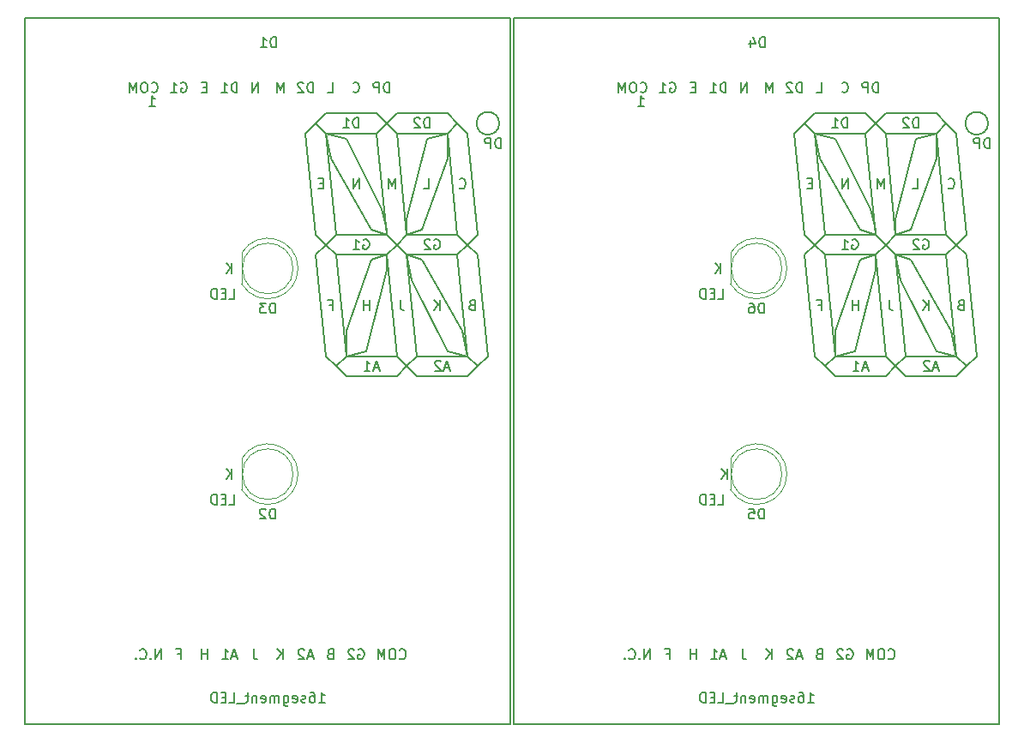
<source format=gbo>
G04 #@! TF.GenerationSoftware,KiCad,Pcbnew,(5.1.5)-3*
G04 #@! TF.CreationDate,2020-05-04T16:27:50+09:00*
G04 #@! TF.ProjectId,bf-005,62662d30-3035-42e6-9b69-6361645f7063,V02L04*
G04 #@! TF.SameCoordinates,Original*
G04 #@! TF.FileFunction,Legend,Bot*
G04 #@! TF.FilePolarity,Positive*
%FSLAX46Y46*%
G04 Gerber Fmt 4.6, Leading zero omitted, Abs format (unit mm)*
G04 Created by KiCad (PCBNEW (5.1.5)-3) date 2020-05-04 16:27:50*
%MOMM*%
%LPD*%
G04 APERTURE LIST*
%ADD10C,0.200000*%
%ADD11C,0.150000*%
%ADD12C,0.120000*%
G04 APERTURE END LIST*
D10*
X109481904Y-107132380D02*
X109481904Y-106132380D01*
X108910476Y-107132380D02*
X109339047Y-106560952D01*
X108910476Y-106132380D02*
X109481904Y-106703809D01*
X157741904Y-86812380D02*
X157741904Y-85812380D01*
X157170476Y-86812380D02*
X157599047Y-86240952D01*
X157170476Y-85812380D02*
X157741904Y-86383809D01*
X158376904Y-107132380D02*
X158376904Y-106132380D01*
X157805476Y-107132380D02*
X158234047Y-106560952D01*
X157805476Y-106132380D02*
X158376904Y-106703809D01*
X149574285Y-70302380D02*
X150145714Y-70302380D01*
X149860000Y-70302380D02*
X149860000Y-69302380D01*
X149955238Y-69445238D01*
X150050476Y-69540476D01*
X150145714Y-69588095D01*
X109481904Y-86812380D02*
X109481904Y-85812380D01*
X108910476Y-86812380D02*
X109339047Y-86240952D01*
X108910476Y-85812380D02*
X109481904Y-86383809D01*
X101314285Y-70302380D02*
X101885714Y-70302380D01*
X101600000Y-70302380D02*
X101600000Y-69302380D01*
X101695238Y-69445238D01*
X101790476Y-69540476D01*
X101885714Y-69588095D01*
D11*
X89080000Y-131420000D02*
X89080000Y-61620000D01*
X136980000Y-131420000D02*
X89080000Y-131420000D01*
X136980000Y-61620000D02*
X136980000Y-131420000D01*
X89080000Y-61620000D02*
X136980000Y-61620000D01*
X125760000Y-97020000D02*
X120760000Y-97020000D01*
X126760000Y-96020000D02*
X125760000Y-97020000D01*
X125760000Y-95020000D02*
X126760000Y-96020000D01*
X120760000Y-95020000D02*
X125760000Y-95020000D01*
X119760000Y-96020000D02*
X120760000Y-95020000D01*
X120760000Y-97020000D02*
X119760000Y-96020000D01*
X127760000Y-97020000D02*
X126760000Y-96020000D01*
X126760000Y-96020000D02*
X127760000Y-95020000D01*
X127760000Y-95020000D02*
X132760000Y-95020000D01*
X132760000Y-95020000D02*
X133760000Y-96020000D01*
X133760000Y-96020000D02*
X132760000Y-97020000D01*
X132760000Y-97020000D02*
X127760000Y-97020000D01*
X131760000Y-85020000D02*
X126760000Y-85020000D01*
X132760000Y-84020000D02*
X131760000Y-85020000D01*
X131760000Y-83020000D02*
X132760000Y-84020000D01*
X126760000Y-83020000D02*
X131760000Y-83020000D01*
X125760000Y-84020000D02*
X126760000Y-83020000D01*
X126760000Y-85020000D02*
X125760000Y-84020000D01*
X119760000Y-85020000D02*
X118760000Y-84020000D01*
X118760000Y-84020000D02*
X119760000Y-83020000D01*
X119760000Y-83020000D02*
X124760000Y-83020000D01*
X124760000Y-83020000D02*
X125760000Y-84020000D01*
X125760000Y-84020000D02*
X124760000Y-85020000D01*
X124760000Y-85020000D02*
X119760000Y-85020000D01*
X123760000Y-73020000D02*
X118760000Y-73020000D01*
X124760000Y-72020000D02*
X123760000Y-73020000D01*
X123760000Y-71020000D02*
X124760000Y-72020000D01*
X118760000Y-71020000D02*
X123760000Y-71020000D01*
X117760000Y-72020000D02*
X118760000Y-71020000D01*
X118760000Y-73020000D02*
X117760000Y-72020000D01*
X125760000Y-73020000D02*
X124760000Y-72020000D01*
X124760000Y-72020000D02*
X125760000Y-71020000D01*
X125760000Y-71020000D02*
X130760000Y-71020000D01*
X130760000Y-71020000D02*
X131760000Y-72020000D01*
X131760000Y-72020000D02*
X130760000Y-73020000D01*
X130760000Y-73020000D02*
X125760000Y-73020000D01*
X119760000Y-85020000D02*
X120760000Y-95020000D01*
X118760000Y-84020000D02*
X119760000Y-85020000D01*
X117760000Y-85020000D02*
X118760000Y-84020000D01*
X118760000Y-95020000D02*
X117760000Y-85020000D01*
X119760000Y-96020000D02*
X118760000Y-95020000D01*
X124760000Y-85020000D02*
X125760000Y-84020000D01*
X125760000Y-95020000D02*
X124760000Y-85020000D01*
X126760000Y-85020000D02*
X127760000Y-95020000D01*
X132760000Y-95020000D02*
X131760000Y-85020000D01*
X133760000Y-85020000D02*
X132760000Y-84020000D01*
X134760000Y-95020000D02*
X133760000Y-85020000D01*
X133760000Y-96020000D02*
X134760000Y-95020000D01*
X118760000Y-73020000D02*
X119760000Y-83020000D01*
X117760000Y-72020000D02*
X118760000Y-73020000D01*
X116760000Y-73020000D02*
X117760000Y-72020000D01*
X117760000Y-83020000D02*
X116760000Y-73020000D01*
X118760000Y-84020000D02*
X117760000Y-83020000D01*
X124760000Y-83020000D02*
X123760000Y-73020000D01*
X125760000Y-73020000D02*
X126760000Y-83020000D01*
X131760000Y-83020000D02*
X130760000Y-73020000D01*
X133760000Y-83020000D02*
X132760000Y-84020000D01*
X132760000Y-73020000D02*
X133760000Y-83020000D01*
X131760000Y-72020000D02*
X132760000Y-73020000D01*
X132760000Y-95020000D02*
X132260000Y-92520000D01*
X132760000Y-95020000D02*
X130760000Y-94520000D01*
X120760000Y-95020000D02*
X122760000Y-94520000D01*
X120760000Y-92520000D02*
X120760000Y-95020000D01*
X123260000Y-85520000D02*
X120760000Y-92520000D01*
X124760000Y-85020000D02*
X123260000Y-85520000D01*
X130760000Y-75520000D02*
X130760000Y-73020000D01*
X128260000Y-82520000D02*
X130760000Y-75520000D01*
X126760000Y-83020000D02*
X128260000Y-82520000D01*
X126760000Y-81520000D02*
X126760000Y-83020000D01*
X128760000Y-73520000D02*
X126760000Y-81520000D01*
X130760000Y-73020000D02*
X128760000Y-73520000D01*
X119260000Y-75520000D02*
X118760000Y-73020000D01*
X123260000Y-82520000D02*
X119260000Y-75520000D01*
X124760000Y-83020000D02*
X123260000Y-82520000D01*
X118760000Y-73020000D02*
X120760000Y-73520000D01*
X124760000Y-86520000D02*
X124760000Y-85020000D01*
X122760000Y-94520000D02*
X124760000Y-86520000D01*
X128260000Y-85520000D02*
X132260000Y-92520000D01*
X126760000Y-85020000D02*
X128260000Y-85520000D01*
X127260000Y-87520000D02*
X130760000Y-94520000D01*
X126760000Y-85020000D02*
X127260000Y-87520000D01*
X124260000Y-80520000D02*
X120760000Y-73520000D01*
X124760000Y-82520000D02*
X124260000Y-80520000D01*
X135878034Y-72020000D02*
G75*
G03X135878034Y-72020000I-1118034J0D01*
G01*
X137340000Y-131420000D02*
X137340000Y-61620000D01*
X185240000Y-131420000D02*
X137340000Y-131420000D01*
X185240000Y-61620000D02*
X185240000Y-131420000D01*
X137340000Y-61620000D02*
X185240000Y-61620000D01*
X174020000Y-97020000D02*
X169020000Y-97020000D01*
X175020000Y-96020000D02*
X174020000Y-97020000D01*
X174020000Y-95020000D02*
X175020000Y-96020000D01*
X169020000Y-95020000D02*
X174020000Y-95020000D01*
X168020000Y-96020000D02*
X169020000Y-95020000D01*
X169020000Y-97020000D02*
X168020000Y-96020000D01*
X176020000Y-97020000D02*
X175020000Y-96020000D01*
X175020000Y-96020000D02*
X176020000Y-95020000D01*
X176020000Y-95020000D02*
X181020000Y-95020000D01*
X181020000Y-95020000D02*
X182020000Y-96020000D01*
X182020000Y-96020000D02*
X181020000Y-97020000D01*
X181020000Y-97020000D02*
X176020000Y-97020000D01*
X180020000Y-85020000D02*
X175020000Y-85020000D01*
X181020000Y-84020000D02*
X180020000Y-85020000D01*
X180020000Y-83020000D02*
X181020000Y-84020000D01*
X175020000Y-83020000D02*
X180020000Y-83020000D01*
X174020000Y-84020000D02*
X175020000Y-83020000D01*
X175020000Y-85020000D02*
X174020000Y-84020000D01*
X168020000Y-85020000D02*
X167020000Y-84020000D01*
X167020000Y-84020000D02*
X168020000Y-83020000D01*
X168020000Y-83020000D02*
X173020000Y-83020000D01*
X173020000Y-83020000D02*
X174020000Y-84020000D01*
X174020000Y-84020000D02*
X173020000Y-85020000D01*
X173020000Y-85020000D02*
X168020000Y-85020000D01*
X172020000Y-73020000D02*
X167020000Y-73020000D01*
X173020000Y-72020000D02*
X172020000Y-73020000D01*
X172020000Y-71020000D02*
X173020000Y-72020000D01*
X167020000Y-71020000D02*
X172020000Y-71020000D01*
X166020000Y-72020000D02*
X167020000Y-71020000D01*
X167020000Y-73020000D02*
X166020000Y-72020000D01*
X174020000Y-73020000D02*
X173020000Y-72020000D01*
X173020000Y-72020000D02*
X174020000Y-71020000D01*
X174020000Y-71020000D02*
X179020000Y-71020000D01*
X179020000Y-71020000D02*
X180020000Y-72020000D01*
X180020000Y-72020000D02*
X179020000Y-73020000D01*
X179020000Y-73020000D02*
X174020000Y-73020000D01*
X168020000Y-85020000D02*
X169020000Y-95020000D01*
X167020000Y-84020000D02*
X168020000Y-85020000D01*
X166020000Y-85020000D02*
X167020000Y-84020000D01*
X167020000Y-95020000D02*
X166020000Y-85020000D01*
X168020000Y-96020000D02*
X167020000Y-95020000D01*
X173020000Y-85020000D02*
X174020000Y-84020000D01*
X174020000Y-95020000D02*
X173020000Y-85020000D01*
X175020000Y-85020000D02*
X176020000Y-95020000D01*
X181020000Y-95020000D02*
X180020000Y-85020000D01*
X182020000Y-85020000D02*
X181020000Y-84020000D01*
X183020000Y-95020000D02*
X182020000Y-85020000D01*
X182020000Y-96020000D02*
X183020000Y-95020000D01*
X167020000Y-73020000D02*
X168020000Y-83020000D01*
X166020000Y-72020000D02*
X167020000Y-73020000D01*
X165020000Y-73020000D02*
X166020000Y-72020000D01*
X166020000Y-83020000D02*
X165020000Y-73020000D01*
X167020000Y-84020000D02*
X166020000Y-83020000D01*
X173020000Y-83020000D02*
X172020000Y-73020000D01*
X174020000Y-73020000D02*
X175020000Y-83020000D01*
X180020000Y-83020000D02*
X179020000Y-73020000D01*
X182020000Y-83020000D02*
X181020000Y-84020000D01*
X181020000Y-73020000D02*
X182020000Y-83020000D01*
X180020000Y-72020000D02*
X181020000Y-73020000D01*
X181020000Y-95020000D02*
X180520000Y-92520000D01*
X181020000Y-95020000D02*
X179020000Y-94520000D01*
X169020000Y-95020000D02*
X171020000Y-94520000D01*
X169020000Y-92520000D02*
X169020000Y-95020000D01*
X171520000Y-85520000D02*
X169020000Y-92520000D01*
X173020000Y-85020000D02*
X171520000Y-85520000D01*
X179020000Y-75520000D02*
X179020000Y-73020000D01*
X176520000Y-82520000D02*
X179020000Y-75520000D01*
X175020000Y-83020000D02*
X176520000Y-82520000D01*
X175020000Y-81520000D02*
X175020000Y-83020000D01*
X177020000Y-73520000D02*
X175020000Y-81520000D01*
X179020000Y-73020000D02*
X177020000Y-73520000D01*
X167520000Y-75520000D02*
X167020000Y-73020000D01*
X171520000Y-82520000D02*
X167520000Y-75520000D01*
X173020000Y-83020000D02*
X171520000Y-82520000D01*
X167020000Y-73020000D02*
X169020000Y-73520000D01*
X173020000Y-86520000D02*
X173020000Y-85020000D01*
X171020000Y-94520000D02*
X173020000Y-86520000D01*
X176520000Y-85520000D02*
X180520000Y-92520000D01*
X175020000Y-85020000D02*
X176520000Y-85520000D01*
X175520000Y-87520000D02*
X179020000Y-94520000D01*
X175020000Y-85020000D02*
X175520000Y-87520000D01*
X172520000Y-80520000D02*
X169020000Y-73520000D01*
X173020000Y-82520000D02*
X172520000Y-80520000D01*
X184138034Y-72020000D02*
G75*
G03X184138034Y-72020000I-1118034J0D01*
G01*
D12*
X110470000Y-108225000D02*
X110470000Y-105135000D01*
X115530000Y-106680000D02*
G75*
G03X115530000Y-106680000I-2500000J0D01*
G01*
X116020000Y-106680462D02*
G75*
G03X110470000Y-105135170I-2990000J462D01*
G01*
X116020000Y-106679538D02*
G75*
G02X110470000Y-108224830I-2990000J-462D01*
G01*
X116020000Y-86359538D02*
G75*
G02X110470000Y-87904830I-2990000J-462D01*
G01*
X116020000Y-86360462D02*
G75*
G03X110470000Y-84815170I-2990000J462D01*
G01*
X115530000Y-86360000D02*
G75*
G03X115530000Y-86360000I-2500000J0D01*
G01*
X110470000Y-87905000D02*
X110470000Y-84815000D01*
X158730000Y-108225000D02*
X158730000Y-105135000D01*
X163790000Y-106680000D02*
G75*
G03X163790000Y-106680000I-2500000J0D01*
G01*
X164280000Y-106680462D02*
G75*
G03X158730000Y-105135170I-2990000J462D01*
G01*
X164280000Y-106679538D02*
G75*
G02X158730000Y-108224830I-2990000J-462D01*
G01*
X164280000Y-86359538D02*
G75*
G02X158730000Y-87904830I-2990000J-462D01*
G01*
X164280000Y-86360462D02*
G75*
G03X158730000Y-84815170I-2990000J462D01*
G01*
X163790000Y-86360000D02*
G75*
G03X163790000Y-86360000I-2500000J0D01*
G01*
X158730000Y-87905000D02*
X158730000Y-84815000D01*
D11*
X113848095Y-64512380D02*
X113848095Y-63512380D01*
X113610000Y-63512380D01*
X113467142Y-63560000D01*
X113371904Y-63655238D01*
X113324285Y-63750476D01*
X113276666Y-63940952D01*
X113276666Y-64083809D01*
X113324285Y-64274285D01*
X113371904Y-64369523D01*
X113467142Y-64464761D01*
X113610000Y-64512380D01*
X113848095Y-64512380D01*
X112324285Y-64512380D02*
X112895714Y-64512380D01*
X112610000Y-64512380D02*
X112610000Y-63512380D01*
X112705238Y-63655238D01*
X112800476Y-63750476D01*
X112895714Y-63798095D01*
X118077619Y-129242380D02*
X118649047Y-129242380D01*
X118363333Y-129242380D02*
X118363333Y-128242380D01*
X118458571Y-128385238D01*
X118553809Y-128480476D01*
X118649047Y-128528095D01*
X117220476Y-128242380D02*
X117410952Y-128242380D01*
X117506190Y-128290000D01*
X117553809Y-128337619D01*
X117649047Y-128480476D01*
X117696666Y-128670952D01*
X117696666Y-129051904D01*
X117649047Y-129147142D01*
X117601428Y-129194761D01*
X117506190Y-129242380D01*
X117315714Y-129242380D01*
X117220476Y-129194761D01*
X117172857Y-129147142D01*
X117125238Y-129051904D01*
X117125238Y-128813809D01*
X117172857Y-128718571D01*
X117220476Y-128670952D01*
X117315714Y-128623333D01*
X117506190Y-128623333D01*
X117601428Y-128670952D01*
X117649047Y-128718571D01*
X117696666Y-128813809D01*
X116744285Y-129194761D02*
X116649047Y-129242380D01*
X116458571Y-129242380D01*
X116363333Y-129194761D01*
X116315714Y-129099523D01*
X116315714Y-129051904D01*
X116363333Y-128956666D01*
X116458571Y-128909047D01*
X116601428Y-128909047D01*
X116696666Y-128861428D01*
X116744285Y-128766190D01*
X116744285Y-128718571D01*
X116696666Y-128623333D01*
X116601428Y-128575714D01*
X116458571Y-128575714D01*
X116363333Y-128623333D01*
X115506190Y-129194761D02*
X115601428Y-129242380D01*
X115791904Y-129242380D01*
X115887142Y-129194761D01*
X115934761Y-129099523D01*
X115934761Y-128718571D01*
X115887142Y-128623333D01*
X115791904Y-128575714D01*
X115601428Y-128575714D01*
X115506190Y-128623333D01*
X115458571Y-128718571D01*
X115458571Y-128813809D01*
X115934761Y-128909047D01*
X114601428Y-128575714D02*
X114601428Y-129385238D01*
X114649047Y-129480476D01*
X114696666Y-129528095D01*
X114791904Y-129575714D01*
X114934761Y-129575714D01*
X115030000Y-129528095D01*
X114601428Y-129194761D02*
X114696666Y-129242380D01*
X114887142Y-129242380D01*
X114982380Y-129194761D01*
X115030000Y-129147142D01*
X115077619Y-129051904D01*
X115077619Y-128766190D01*
X115030000Y-128670952D01*
X114982380Y-128623333D01*
X114887142Y-128575714D01*
X114696666Y-128575714D01*
X114601428Y-128623333D01*
X114125238Y-129242380D02*
X114125238Y-128575714D01*
X114125238Y-128670952D02*
X114077619Y-128623333D01*
X113982380Y-128575714D01*
X113839523Y-128575714D01*
X113744285Y-128623333D01*
X113696666Y-128718571D01*
X113696666Y-129242380D01*
X113696666Y-128718571D02*
X113649047Y-128623333D01*
X113553809Y-128575714D01*
X113410952Y-128575714D01*
X113315714Y-128623333D01*
X113268095Y-128718571D01*
X113268095Y-129242380D01*
X112410952Y-129194761D02*
X112506190Y-129242380D01*
X112696666Y-129242380D01*
X112791904Y-129194761D01*
X112839523Y-129099523D01*
X112839523Y-128718571D01*
X112791904Y-128623333D01*
X112696666Y-128575714D01*
X112506190Y-128575714D01*
X112410952Y-128623333D01*
X112363333Y-128718571D01*
X112363333Y-128813809D01*
X112839523Y-128909047D01*
X111934761Y-128575714D02*
X111934761Y-129242380D01*
X111934761Y-128670952D02*
X111887142Y-128623333D01*
X111791904Y-128575714D01*
X111649047Y-128575714D01*
X111553809Y-128623333D01*
X111506190Y-128718571D01*
X111506190Y-129242380D01*
X111172857Y-128575714D02*
X110791904Y-128575714D01*
X111030000Y-128242380D02*
X111030000Y-129099523D01*
X110982380Y-129194761D01*
X110887142Y-129242380D01*
X110791904Y-129242380D01*
X110696666Y-129337619D02*
X109934761Y-129337619D01*
X109220476Y-129242380D02*
X109696666Y-129242380D01*
X109696666Y-128242380D01*
X108887142Y-128718571D02*
X108553809Y-128718571D01*
X108410952Y-129242380D02*
X108887142Y-129242380D01*
X108887142Y-128242380D01*
X108410952Y-128242380D01*
X107982380Y-129242380D02*
X107982380Y-128242380D01*
X107744285Y-128242380D01*
X107601428Y-128290000D01*
X107506190Y-128385238D01*
X107458571Y-128480476D01*
X107410952Y-128670952D01*
X107410952Y-128813809D01*
X107458571Y-129004285D01*
X107506190Y-129099523D01*
X107601428Y-129194761D01*
X107744285Y-129242380D01*
X107982380Y-129242380D01*
X123974285Y-96186666D02*
X123498095Y-96186666D01*
X124069523Y-96472380D02*
X123736190Y-95472380D01*
X123402857Y-96472380D01*
X122545714Y-96472380D02*
X123117142Y-96472380D01*
X122831428Y-96472380D02*
X122831428Y-95472380D01*
X122926666Y-95615238D01*
X123021904Y-95710476D01*
X123117142Y-95758095D01*
X130974285Y-96186666D02*
X130498095Y-96186666D01*
X131069523Y-96472380D02*
X130736190Y-95472380D01*
X130402857Y-96472380D01*
X130117142Y-95567619D02*
X130069523Y-95520000D01*
X129974285Y-95472380D01*
X129736190Y-95472380D01*
X129640952Y-95520000D01*
X129593333Y-95567619D01*
X129545714Y-95662857D01*
X129545714Y-95758095D01*
X129593333Y-95900952D01*
X130164761Y-96472380D01*
X129545714Y-96472380D01*
X122474285Y-83520000D02*
X122569523Y-83472380D01*
X122712380Y-83472380D01*
X122855238Y-83520000D01*
X122950476Y-83615238D01*
X122998095Y-83710476D01*
X123045714Y-83900952D01*
X123045714Y-84043809D01*
X122998095Y-84234285D01*
X122950476Y-84329523D01*
X122855238Y-84424761D01*
X122712380Y-84472380D01*
X122617142Y-84472380D01*
X122474285Y-84424761D01*
X122426666Y-84377142D01*
X122426666Y-84043809D01*
X122617142Y-84043809D01*
X121474285Y-84472380D02*
X122045714Y-84472380D01*
X121760000Y-84472380D02*
X121760000Y-83472380D01*
X121855238Y-83615238D01*
X121950476Y-83710476D01*
X122045714Y-83758095D01*
X129474285Y-83520000D02*
X129569523Y-83472380D01*
X129712380Y-83472380D01*
X129855238Y-83520000D01*
X129950476Y-83615238D01*
X129998095Y-83710476D01*
X130045714Y-83900952D01*
X130045714Y-84043809D01*
X129998095Y-84234285D01*
X129950476Y-84329523D01*
X129855238Y-84424761D01*
X129712380Y-84472380D01*
X129617142Y-84472380D01*
X129474285Y-84424761D01*
X129426666Y-84377142D01*
X129426666Y-84043809D01*
X129617142Y-84043809D01*
X129045714Y-83567619D02*
X128998095Y-83520000D01*
X128902857Y-83472380D01*
X128664761Y-83472380D01*
X128569523Y-83520000D01*
X128521904Y-83567619D01*
X128474285Y-83662857D01*
X128474285Y-83758095D01*
X128521904Y-83900952D01*
X129093333Y-84472380D01*
X128474285Y-84472380D01*
X121998095Y-72472380D02*
X121998095Y-71472380D01*
X121760000Y-71472380D01*
X121617142Y-71520000D01*
X121521904Y-71615238D01*
X121474285Y-71710476D01*
X121426666Y-71900952D01*
X121426666Y-72043809D01*
X121474285Y-72234285D01*
X121521904Y-72329523D01*
X121617142Y-72424761D01*
X121760000Y-72472380D01*
X121998095Y-72472380D01*
X120474285Y-72472380D02*
X121045714Y-72472380D01*
X120760000Y-72472380D02*
X120760000Y-71472380D01*
X120855238Y-71615238D01*
X120950476Y-71710476D01*
X121045714Y-71758095D01*
X128998095Y-72472380D02*
X128998095Y-71472380D01*
X128760000Y-71472380D01*
X128617142Y-71520000D01*
X128521904Y-71615238D01*
X128474285Y-71710476D01*
X128426666Y-71900952D01*
X128426666Y-72043809D01*
X128474285Y-72234285D01*
X128521904Y-72329523D01*
X128617142Y-72424761D01*
X128760000Y-72472380D01*
X128998095Y-72472380D01*
X128045714Y-71567619D02*
X127998095Y-71520000D01*
X127902857Y-71472380D01*
X127664761Y-71472380D01*
X127569523Y-71520000D01*
X127521904Y-71567619D01*
X127474285Y-71662857D01*
X127474285Y-71758095D01*
X127521904Y-71900952D01*
X128093333Y-72472380D01*
X127474285Y-72472380D01*
X136021904Y-74472380D02*
X136021904Y-73472380D01*
X135783809Y-73472380D01*
X135640952Y-73520000D01*
X135545714Y-73615238D01*
X135498095Y-73710476D01*
X135450476Y-73900952D01*
X135450476Y-74043809D01*
X135498095Y-74234285D01*
X135545714Y-74329523D01*
X135640952Y-74424761D01*
X135783809Y-74472380D01*
X136021904Y-74472380D01*
X135021904Y-74472380D02*
X135021904Y-73472380D01*
X134640952Y-73472380D01*
X134545714Y-73520000D01*
X134498095Y-73567619D01*
X134450476Y-73662857D01*
X134450476Y-73805714D01*
X134498095Y-73900952D01*
X134545714Y-73948571D01*
X134640952Y-73996190D01*
X135021904Y-73996190D01*
X133188571Y-89948571D02*
X133045714Y-89996190D01*
X132998095Y-90043809D01*
X132950476Y-90139047D01*
X132950476Y-90281904D01*
X132998095Y-90377142D01*
X133045714Y-90424761D01*
X133140952Y-90472380D01*
X133521904Y-90472380D01*
X133521904Y-89472380D01*
X133188571Y-89472380D01*
X133093333Y-89520000D01*
X133045714Y-89567619D01*
X132998095Y-89662857D01*
X132998095Y-89758095D01*
X133045714Y-89853333D01*
X133093333Y-89900952D01*
X133188571Y-89948571D01*
X133521904Y-89948571D01*
X131950476Y-78377142D02*
X131998095Y-78424761D01*
X132140952Y-78472380D01*
X132236190Y-78472380D01*
X132379047Y-78424761D01*
X132474285Y-78329523D01*
X132521904Y-78234285D01*
X132569523Y-78043809D01*
X132569523Y-77900952D01*
X132521904Y-77710476D01*
X132474285Y-77615238D01*
X132379047Y-77520000D01*
X132236190Y-77472380D01*
X132140952Y-77472380D01*
X131998095Y-77520000D01*
X131950476Y-77567619D01*
X118474285Y-77948571D02*
X118140952Y-77948571D01*
X117998095Y-78472380D02*
X118474285Y-78472380D01*
X118474285Y-77472380D01*
X117998095Y-77472380D01*
X119117142Y-89948571D02*
X119450476Y-89948571D01*
X119450476Y-90472380D02*
X119450476Y-89472380D01*
X118974285Y-89472380D01*
X123045714Y-90472380D02*
X123045714Y-89472380D01*
X123045714Y-89948571D02*
X122474285Y-89948571D01*
X122474285Y-90472380D02*
X122474285Y-89472380D01*
X126117142Y-89472380D02*
X126117142Y-90186666D01*
X126164761Y-90329523D01*
X126260000Y-90424761D01*
X126402857Y-90472380D01*
X126498095Y-90472380D01*
X130021904Y-90472380D02*
X130021904Y-89472380D01*
X129450476Y-90472380D02*
X129879047Y-89900952D01*
X129450476Y-89472380D02*
X130021904Y-90043809D01*
X128450476Y-78472380D02*
X128926666Y-78472380D01*
X128926666Y-77472380D01*
X125593333Y-78472380D02*
X125593333Y-77472380D01*
X125260000Y-78186666D01*
X124926666Y-77472380D01*
X124926666Y-78472380D01*
X122045714Y-78472380D02*
X122045714Y-77472380D01*
X121474285Y-78472380D01*
X121474285Y-77472380D01*
X109974285Y-124686666D02*
X109498095Y-124686666D01*
X110069523Y-124972380D02*
X109736190Y-123972380D01*
X109402857Y-124972380D01*
X108545714Y-124972380D02*
X109117142Y-124972380D01*
X108831428Y-124972380D02*
X108831428Y-123972380D01*
X108926666Y-124115238D01*
X109021904Y-124210476D01*
X109117142Y-124258095D01*
X117474285Y-124686666D02*
X116998095Y-124686666D01*
X117569523Y-124972380D02*
X117236190Y-123972380D01*
X116902857Y-124972380D01*
X116617142Y-124067619D02*
X116569523Y-124020000D01*
X116474285Y-123972380D01*
X116236190Y-123972380D01*
X116140952Y-124020000D01*
X116093333Y-124067619D01*
X116045714Y-124162857D01*
X116045714Y-124258095D01*
X116093333Y-124400952D01*
X116664761Y-124972380D01*
X116045714Y-124972380D01*
X104117142Y-124448571D02*
X104450476Y-124448571D01*
X104450476Y-124972380D02*
X104450476Y-123972380D01*
X103974285Y-123972380D01*
X107045714Y-124972380D02*
X107045714Y-123972380D01*
X107045714Y-124448571D02*
X106474285Y-124448571D01*
X106474285Y-124972380D02*
X106474285Y-123972380D01*
X111617142Y-123972380D02*
X111617142Y-124686666D01*
X111664761Y-124829523D01*
X111760000Y-124924761D01*
X111902857Y-124972380D01*
X111998095Y-124972380D01*
X114521904Y-124972380D02*
X114521904Y-123972380D01*
X113950476Y-124972380D02*
X114379047Y-124400952D01*
X113950476Y-123972380D02*
X114521904Y-124543809D01*
X119188571Y-124448571D02*
X119045714Y-124496190D01*
X118998095Y-124543809D01*
X118950476Y-124639047D01*
X118950476Y-124781904D01*
X118998095Y-124877142D01*
X119045714Y-124924761D01*
X119140952Y-124972380D01*
X119521904Y-124972380D01*
X119521904Y-123972380D01*
X119188571Y-123972380D01*
X119093333Y-124020000D01*
X119045714Y-124067619D01*
X118998095Y-124162857D01*
X118998095Y-124258095D01*
X119045714Y-124353333D01*
X119093333Y-124400952D01*
X119188571Y-124448571D01*
X119521904Y-124448571D01*
X104474285Y-68020000D02*
X104569523Y-67972380D01*
X104712380Y-67972380D01*
X104855238Y-68020000D01*
X104950476Y-68115238D01*
X104998095Y-68210476D01*
X105045714Y-68400952D01*
X105045714Y-68543809D01*
X104998095Y-68734285D01*
X104950476Y-68829523D01*
X104855238Y-68924761D01*
X104712380Y-68972380D01*
X104617142Y-68972380D01*
X104474285Y-68924761D01*
X104426666Y-68877142D01*
X104426666Y-68543809D01*
X104617142Y-68543809D01*
X103474285Y-68972380D02*
X104045714Y-68972380D01*
X103760000Y-68972380D02*
X103760000Y-67972380D01*
X103855238Y-68115238D01*
X103950476Y-68210476D01*
X104045714Y-68258095D01*
X121974285Y-124020000D02*
X122069523Y-123972380D01*
X122212380Y-123972380D01*
X122355238Y-124020000D01*
X122450476Y-124115238D01*
X122498095Y-124210476D01*
X122545714Y-124400952D01*
X122545714Y-124543809D01*
X122498095Y-124734285D01*
X122450476Y-124829523D01*
X122355238Y-124924761D01*
X122212380Y-124972380D01*
X122117142Y-124972380D01*
X121974285Y-124924761D01*
X121926666Y-124877142D01*
X121926666Y-124543809D01*
X122117142Y-124543809D01*
X121545714Y-124067619D02*
X121498095Y-124020000D01*
X121402857Y-123972380D01*
X121164761Y-123972380D01*
X121069523Y-124020000D01*
X121021904Y-124067619D01*
X120974285Y-124162857D01*
X120974285Y-124258095D01*
X121021904Y-124400952D01*
X121593333Y-124972380D01*
X120974285Y-124972380D01*
X106974285Y-68448571D02*
X106640952Y-68448571D01*
X106498095Y-68972380D02*
X106974285Y-68972380D01*
X106974285Y-67972380D01*
X106498095Y-67972380D01*
X112045714Y-68972380D02*
X112045714Y-67972380D01*
X111474285Y-68972380D01*
X111474285Y-67972380D01*
X114593333Y-68972380D02*
X114593333Y-67972380D01*
X114260000Y-68686666D01*
X113926666Y-67972380D01*
X113926666Y-68972380D01*
X118950476Y-68972380D02*
X119426666Y-68972380D01*
X119426666Y-67972380D01*
X121450476Y-68877142D02*
X121498095Y-68924761D01*
X121640952Y-68972380D01*
X121736190Y-68972380D01*
X121879047Y-68924761D01*
X121974285Y-68829523D01*
X122021904Y-68734285D01*
X122069523Y-68543809D01*
X122069523Y-68400952D01*
X122021904Y-68210476D01*
X121974285Y-68115238D01*
X121879047Y-68020000D01*
X121736190Y-67972380D01*
X121640952Y-67972380D01*
X121498095Y-68020000D01*
X121450476Y-68067619D01*
X109998095Y-68972380D02*
X109998095Y-67972380D01*
X109760000Y-67972380D01*
X109617142Y-68020000D01*
X109521904Y-68115238D01*
X109474285Y-68210476D01*
X109426666Y-68400952D01*
X109426666Y-68543809D01*
X109474285Y-68734285D01*
X109521904Y-68829523D01*
X109617142Y-68924761D01*
X109760000Y-68972380D01*
X109998095Y-68972380D01*
X108474285Y-68972380D02*
X109045714Y-68972380D01*
X108760000Y-68972380D02*
X108760000Y-67972380D01*
X108855238Y-68115238D01*
X108950476Y-68210476D01*
X109045714Y-68258095D01*
X117498095Y-68972380D02*
X117498095Y-67972380D01*
X117260000Y-67972380D01*
X117117142Y-68020000D01*
X117021904Y-68115238D01*
X116974285Y-68210476D01*
X116926666Y-68400952D01*
X116926666Y-68543809D01*
X116974285Y-68734285D01*
X117021904Y-68829523D01*
X117117142Y-68924761D01*
X117260000Y-68972380D01*
X117498095Y-68972380D01*
X116545714Y-68067619D02*
X116498095Y-68020000D01*
X116402857Y-67972380D01*
X116164761Y-67972380D01*
X116069523Y-68020000D01*
X116021904Y-68067619D01*
X115974285Y-68162857D01*
X115974285Y-68258095D01*
X116021904Y-68400952D01*
X116593333Y-68972380D01*
X115974285Y-68972380D01*
X125021904Y-68972380D02*
X125021904Y-67972380D01*
X124783809Y-67972380D01*
X124640952Y-68020000D01*
X124545714Y-68115238D01*
X124498095Y-68210476D01*
X124450476Y-68400952D01*
X124450476Y-68543809D01*
X124498095Y-68734285D01*
X124545714Y-68829523D01*
X124640952Y-68924761D01*
X124783809Y-68972380D01*
X125021904Y-68972380D01*
X124021904Y-68972380D02*
X124021904Y-67972380D01*
X123640952Y-67972380D01*
X123545714Y-68020000D01*
X123498095Y-68067619D01*
X123450476Y-68162857D01*
X123450476Y-68305714D01*
X123498095Y-68400952D01*
X123545714Y-68448571D01*
X123640952Y-68496190D01*
X124021904Y-68496190D01*
X126045714Y-124877142D02*
X126093333Y-124924761D01*
X126236190Y-124972380D01*
X126331428Y-124972380D01*
X126474285Y-124924761D01*
X126569523Y-124829523D01*
X126617142Y-124734285D01*
X126664761Y-124543809D01*
X126664761Y-124400952D01*
X126617142Y-124210476D01*
X126569523Y-124115238D01*
X126474285Y-124020000D01*
X126331428Y-123972380D01*
X126236190Y-123972380D01*
X126093333Y-124020000D01*
X126045714Y-124067619D01*
X125426666Y-123972380D02*
X125236190Y-123972380D01*
X125140952Y-124020000D01*
X125045714Y-124115238D01*
X124998095Y-124305714D01*
X124998095Y-124639047D01*
X125045714Y-124829523D01*
X125140952Y-124924761D01*
X125236190Y-124972380D01*
X125426666Y-124972380D01*
X125521904Y-124924761D01*
X125617142Y-124829523D01*
X125664761Y-124639047D01*
X125664761Y-124305714D01*
X125617142Y-124115238D01*
X125521904Y-124020000D01*
X125426666Y-123972380D01*
X124569523Y-124972380D02*
X124569523Y-123972380D01*
X124236190Y-124686666D01*
X123902857Y-123972380D01*
X123902857Y-124972380D01*
X101545714Y-68877142D02*
X101593333Y-68924761D01*
X101736190Y-68972380D01*
X101831428Y-68972380D01*
X101974285Y-68924761D01*
X102069523Y-68829523D01*
X102117142Y-68734285D01*
X102164761Y-68543809D01*
X102164761Y-68400952D01*
X102117142Y-68210476D01*
X102069523Y-68115238D01*
X101974285Y-68020000D01*
X101831428Y-67972380D01*
X101736190Y-67972380D01*
X101593333Y-68020000D01*
X101545714Y-68067619D01*
X100926666Y-67972380D02*
X100736190Y-67972380D01*
X100640952Y-68020000D01*
X100545714Y-68115238D01*
X100498095Y-68305714D01*
X100498095Y-68639047D01*
X100545714Y-68829523D01*
X100640952Y-68924761D01*
X100736190Y-68972380D01*
X100926666Y-68972380D01*
X101021904Y-68924761D01*
X101117142Y-68829523D01*
X101164761Y-68639047D01*
X101164761Y-68305714D01*
X101117142Y-68115238D01*
X101021904Y-68020000D01*
X100926666Y-67972380D01*
X100069523Y-68972380D02*
X100069523Y-67972380D01*
X99736190Y-68686666D01*
X99402857Y-67972380D01*
X99402857Y-68972380D01*
X102521904Y-124972380D02*
X102521904Y-123972380D01*
X101950476Y-124972380D01*
X101950476Y-123972380D01*
X101474285Y-124877142D02*
X101426666Y-124924761D01*
X101474285Y-124972380D01*
X101521904Y-124924761D01*
X101474285Y-124877142D01*
X101474285Y-124972380D01*
X100426666Y-124877142D02*
X100474285Y-124924761D01*
X100617142Y-124972380D01*
X100712380Y-124972380D01*
X100855238Y-124924761D01*
X100950476Y-124829523D01*
X100998095Y-124734285D01*
X101045714Y-124543809D01*
X101045714Y-124400952D01*
X100998095Y-124210476D01*
X100950476Y-124115238D01*
X100855238Y-124020000D01*
X100712380Y-123972380D01*
X100617142Y-123972380D01*
X100474285Y-124020000D01*
X100426666Y-124067619D01*
X99998095Y-124877142D02*
X99950476Y-124924761D01*
X99998095Y-124972380D01*
X100045714Y-124924761D01*
X99998095Y-124877142D01*
X99998095Y-124972380D01*
X162108095Y-64512380D02*
X162108095Y-63512380D01*
X161870000Y-63512380D01*
X161727142Y-63560000D01*
X161631904Y-63655238D01*
X161584285Y-63750476D01*
X161536666Y-63940952D01*
X161536666Y-64083809D01*
X161584285Y-64274285D01*
X161631904Y-64369523D01*
X161727142Y-64464761D01*
X161870000Y-64512380D01*
X162108095Y-64512380D01*
X160679523Y-63845714D02*
X160679523Y-64512380D01*
X160917619Y-63464761D02*
X161155714Y-64179047D01*
X160536666Y-64179047D01*
X166337619Y-129242380D02*
X166909047Y-129242380D01*
X166623333Y-129242380D02*
X166623333Y-128242380D01*
X166718571Y-128385238D01*
X166813809Y-128480476D01*
X166909047Y-128528095D01*
X165480476Y-128242380D02*
X165670952Y-128242380D01*
X165766190Y-128290000D01*
X165813809Y-128337619D01*
X165909047Y-128480476D01*
X165956666Y-128670952D01*
X165956666Y-129051904D01*
X165909047Y-129147142D01*
X165861428Y-129194761D01*
X165766190Y-129242380D01*
X165575714Y-129242380D01*
X165480476Y-129194761D01*
X165432857Y-129147142D01*
X165385238Y-129051904D01*
X165385238Y-128813809D01*
X165432857Y-128718571D01*
X165480476Y-128670952D01*
X165575714Y-128623333D01*
X165766190Y-128623333D01*
X165861428Y-128670952D01*
X165909047Y-128718571D01*
X165956666Y-128813809D01*
X165004285Y-129194761D02*
X164909047Y-129242380D01*
X164718571Y-129242380D01*
X164623333Y-129194761D01*
X164575714Y-129099523D01*
X164575714Y-129051904D01*
X164623333Y-128956666D01*
X164718571Y-128909047D01*
X164861428Y-128909047D01*
X164956666Y-128861428D01*
X165004285Y-128766190D01*
X165004285Y-128718571D01*
X164956666Y-128623333D01*
X164861428Y-128575714D01*
X164718571Y-128575714D01*
X164623333Y-128623333D01*
X163766190Y-129194761D02*
X163861428Y-129242380D01*
X164051904Y-129242380D01*
X164147142Y-129194761D01*
X164194761Y-129099523D01*
X164194761Y-128718571D01*
X164147142Y-128623333D01*
X164051904Y-128575714D01*
X163861428Y-128575714D01*
X163766190Y-128623333D01*
X163718571Y-128718571D01*
X163718571Y-128813809D01*
X164194761Y-128909047D01*
X162861428Y-128575714D02*
X162861428Y-129385238D01*
X162909047Y-129480476D01*
X162956666Y-129528095D01*
X163051904Y-129575714D01*
X163194761Y-129575714D01*
X163290000Y-129528095D01*
X162861428Y-129194761D02*
X162956666Y-129242380D01*
X163147142Y-129242380D01*
X163242380Y-129194761D01*
X163290000Y-129147142D01*
X163337619Y-129051904D01*
X163337619Y-128766190D01*
X163290000Y-128670952D01*
X163242380Y-128623333D01*
X163147142Y-128575714D01*
X162956666Y-128575714D01*
X162861428Y-128623333D01*
X162385238Y-129242380D02*
X162385238Y-128575714D01*
X162385238Y-128670952D02*
X162337619Y-128623333D01*
X162242380Y-128575714D01*
X162099523Y-128575714D01*
X162004285Y-128623333D01*
X161956666Y-128718571D01*
X161956666Y-129242380D01*
X161956666Y-128718571D02*
X161909047Y-128623333D01*
X161813809Y-128575714D01*
X161670952Y-128575714D01*
X161575714Y-128623333D01*
X161528095Y-128718571D01*
X161528095Y-129242380D01*
X160670952Y-129194761D02*
X160766190Y-129242380D01*
X160956666Y-129242380D01*
X161051904Y-129194761D01*
X161099523Y-129099523D01*
X161099523Y-128718571D01*
X161051904Y-128623333D01*
X160956666Y-128575714D01*
X160766190Y-128575714D01*
X160670952Y-128623333D01*
X160623333Y-128718571D01*
X160623333Y-128813809D01*
X161099523Y-128909047D01*
X160194761Y-128575714D02*
X160194761Y-129242380D01*
X160194761Y-128670952D02*
X160147142Y-128623333D01*
X160051904Y-128575714D01*
X159909047Y-128575714D01*
X159813809Y-128623333D01*
X159766190Y-128718571D01*
X159766190Y-129242380D01*
X159432857Y-128575714D02*
X159051904Y-128575714D01*
X159290000Y-128242380D02*
X159290000Y-129099523D01*
X159242380Y-129194761D01*
X159147142Y-129242380D01*
X159051904Y-129242380D01*
X158956666Y-129337619D02*
X158194761Y-129337619D01*
X157480476Y-129242380D02*
X157956666Y-129242380D01*
X157956666Y-128242380D01*
X157147142Y-128718571D02*
X156813809Y-128718571D01*
X156670952Y-129242380D02*
X157147142Y-129242380D01*
X157147142Y-128242380D01*
X156670952Y-128242380D01*
X156242380Y-129242380D02*
X156242380Y-128242380D01*
X156004285Y-128242380D01*
X155861428Y-128290000D01*
X155766190Y-128385238D01*
X155718571Y-128480476D01*
X155670952Y-128670952D01*
X155670952Y-128813809D01*
X155718571Y-129004285D01*
X155766190Y-129099523D01*
X155861428Y-129194761D01*
X156004285Y-129242380D01*
X156242380Y-129242380D01*
X172234285Y-96186666D02*
X171758095Y-96186666D01*
X172329523Y-96472380D02*
X171996190Y-95472380D01*
X171662857Y-96472380D01*
X170805714Y-96472380D02*
X171377142Y-96472380D01*
X171091428Y-96472380D02*
X171091428Y-95472380D01*
X171186666Y-95615238D01*
X171281904Y-95710476D01*
X171377142Y-95758095D01*
X179234285Y-96186666D02*
X178758095Y-96186666D01*
X179329523Y-96472380D02*
X178996190Y-95472380D01*
X178662857Y-96472380D01*
X178377142Y-95567619D02*
X178329523Y-95520000D01*
X178234285Y-95472380D01*
X177996190Y-95472380D01*
X177900952Y-95520000D01*
X177853333Y-95567619D01*
X177805714Y-95662857D01*
X177805714Y-95758095D01*
X177853333Y-95900952D01*
X178424761Y-96472380D01*
X177805714Y-96472380D01*
X170734285Y-83520000D02*
X170829523Y-83472380D01*
X170972380Y-83472380D01*
X171115238Y-83520000D01*
X171210476Y-83615238D01*
X171258095Y-83710476D01*
X171305714Y-83900952D01*
X171305714Y-84043809D01*
X171258095Y-84234285D01*
X171210476Y-84329523D01*
X171115238Y-84424761D01*
X170972380Y-84472380D01*
X170877142Y-84472380D01*
X170734285Y-84424761D01*
X170686666Y-84377142D01*
X170686666Y-84043809D01*
X170877142Y-84043809D01*
X169734285Y-84472380D02*
X170305714Y-84472380D01*
X170020000Y-84472380D02*
X170020000Y-83472380D01*
X170115238Y-83615238D01*
X170210476Y-83710476D01*
X170305714Y-83758095D01*
X177734285Y-83520000D02*
X177829523Y-83472380D01*
X177972380Y-83472380D01*
X178115238Y-83520000D01*
X178210476Y-83615238D01*
X178258095Y-83710476D01*
X178305714Y-83900952D01*
X178305714Y-84043809D01*
X178258095Y-84234285D01*
X178210476Y-84329523D01*
X178115238Y-84424761D01*
X177972380Y-84472380D01*
X177877142Y-84472380D01*
X177734285Y-84424761D01*
X177686666Y-84377142D01*
X177686666Y-84043809D01*
X177877142Y-84043809D01*
X177305714Y-83567619D02*
X177258095Y-83520000D01*
X177162857Y-83472380D01*
X176924761Y-83472380D01*
X176829523Y-83520000D01*
X176781904Y-83567619D01*
X176734285Y-83662857D01*
X176734285Y-83758095D01*
X176781904Y-83900952D01*
X177353333Y-84472380D01*
X176734285Y-84472380D01*
X170258095Y-72472380D02*
X170258095Y-71472380D01*
X170020000Y-71472380D01*
X169877142Y-71520000D01*
X169781904Y-71615238D01*
X169734285Y-71710476D01*
X169686666Y-71900952D01*
X169686666Y-72043809D01*
X169734285Y-72234285D01*
X169781904Y-72329523D01*
X169877142Y-72424761D01*
X170020000Y-72472380D01*
X170258095Y-72472380D01*
X168734285Y-72472380D02*
X169305714Y-72472380D01*
X169020000Y-72472380D02*
X169020000Y-71472380D01*
X169115238Y-71615238D01*
X169210476Y-71710476D01*
X169305714Y-71758095D01*
X177258095Y-72472380D02*
X177258095Y-71472380D01*
X177020000Y-71472380D01*
X176877142Y-71520000D01*
X176781904Y-71615238D01*
X176734285Y-71710476D01*
X176686666Y-71900952D01*
X176686666Y-72043809D01*
X176734285Y-72234285D01*
X176781904Y-72329523D01*
X176877142Y-72424761D01*
X177020000Y-72472380D01*
X177258095Y-72472380D01*
X176305714Y-71567619D02*
X176258095Y-71520000D01*
X176162857Y-71472380D01*
X175924761Y-71472380D01*
X175829523Y-71520000D01*
X175781904Y-71567619D01*
X175734285Y-71662857D01*
X175734285Y-71758095D01*
X175781904Y-71900952D01*
X176353333Y-72472380D01*
X175734285Y-72472380D01*
X184281904Y-74472380D02*
X184281904Y-73472380D01*
X184043809Y-73472380D01*
X183900952Y-73520000D01*
X183805714Y-73615238D01*
X183758095Y-73710476D01*
X183710476Y-73900952D01*
X183710476Y-74043809D01*
X183758095Y-74234285D01*
X183805714Y-74329523D01*
X183900952Y-74424761D01*
X184043809Y-74472380D01*
X184281904Y-74472380D01*
X183281904Y-74472380D02*
X183281904Y-73472380D01*
X182900952Y-73472380D01*
X182805714Y-73520000D01*
X182758095Y-73567619D01*
X182710476Y-73662857D01*
X182710476Y-73805714D01*
X182758095Y-73900952D01*
X182805714Y-73948571D01*
X182900952Y-73996190D01*
X183281904Y-73996190D01*
X181448571Y-89948571D02*
X181305714Y-89996190D01*
X181258095Y-90043809D01*
X181210476Y-90139047D01*
X181210476Y-90281904D01*
X181258095Y-90377142D01*
X181305714Y-90424761D01*
X181400952Y-90472380D01*
X181781904Y-90472380D01*
X181781904Y-89472380D01*
X181448571Y-89472380D01*
X181353333Y-89520000D01*
X181305714Y-89567619D01*
X181258095Y-89662857D01*
X181258095Y-89758095D01*
X181305714Y-89853333D01*
X181353333Y-89900952D01*
X181448571Y-89948571D01*
X181781904Y-89948571D01*
X180210476Y-78377142D02*
X180258095Y-78424761D01*
X180400952Y-78472380D01*
X180496190Y-78472380D01*
X180639047Y-78424761D01*
X180734285Y-78329523D01*
X180781904Y-78234285D01*
X180829523Y-78043809D01*
X180829523Y-77900952D01*
X180781904Y-77710476D01*
X180734285Y-77615238D01*
X180639047Y-77520000D01*
X180496190Y-77472380D01*
X180400952Y-77472380D01*
X180258095Y-77520000D01*
X180210476Y-77567619D01*
X166734285Y-77948571D02*
X166400952Y-77948571D01*
X166258095Y-78472380D02*
X166734285Y-78472380D01*
X166734285Y-77472380D01*
X166258095Y-77472380D01*
X167377142Y-89948571D02*
X167710476Y-89948571D01*
X167710476Y-90472380D02*
X167710476Y-89472380D01*
X167234285Y-89472380D01*
X171305714Y-90472380D02*
X171305714Y-89472380D01*
X171305714Y-89948571D02*
X170734285Y-89948571D01*
X170734285Y-90472380D02*
X170734285Y-89472380D01*
X174377142Y-89472380D02*
X174377142Y-90186666D01*
X174424761Y-90329523D01*
X174520000Y-90424761D01*
X174662857Y-90472380D01*
X174758095Y-90472380D01*
X178281904Y-90472380D02*
X178281904Y-89472380D01*
X177710476Y-90472380D02*
X178139047Y-89900952D01*
X177710476Y-89472380D02*
X178281904Y-90043809D01*
X176710476Y-78472380D02*
X177186666Y-78472380D01*
X177186666Y-77472380D01*
X173853333Y-78472380D02*
X173853333Y-77472380D01*
X173520000Y-78186666D01*
X173186666Y-77472380D01*
X173186666Y-78472380D01*
X170305714Y-78472380D02*
X170305714Y-77472380D01*
X169734285Y-78472380D01*
X169734285Y-77472380D01*
X158234285Y-124686666D02*
X157758095Y-124686666D01*
X158329523Y-124972380D02*
X157996190Y-123972380D01*
X157662857Y-124972380D01*
X156805714Y-124972380D02*
X157377142Y-124972380D01*
X157091428Y-124972380D02*
X157091428Y-123972380D01*
X157186666Y-124115238D01*
X157281904Y-124210476D01*
X157377142Y-124258095D01*
X165734285Y-124686666D02*
X165258095Y-124686666D01*
X165829523Y-124972380D02*
X165496190Y-123972380D01*
X165162857Y-124972380D01*
X164877142Y-124067619D02*
X164829523Y-124020000D01*
X164734285Y-123972380D01*
X164496190Y-123972380D01*
X164400952Y-124020000D01*
X164353333Y-124067619D01*
X164305714Y-124162857D01*
X164305714Y-124258095D01*
X164353333Y-124400952D01*
X164924761Y-124972380D01*
X164305714Y-124972380D01*
X152377142Y-124448571D02*
X152710476Y-124448571D01*
X152710476Y-124972380D02*
X152710476Y-123972380D01*
X152234285Y-123972380D01*
X155305714Y-124972380D02*
X155305714Y-123972380D01*
X155305714Y-124448571D02*
X154734285Y-124448571D01*
X154734285Y-124972380D02*
X154734285Y-123972380D01*
X159877142Y-123972380D02*
X159877142Y-124686666D01*
X159924761Y-124829523D01*
X160020000Y-124924761D01*
X160162857Y-124972380D01*
X160258095Y-124972380D01*
X162781904Y-124972380D02*
X162781904Y-123972380D01*
X162210476Y-124972380D02*
X162639047Y-124400952D01*
X162210476Y-123972380D02*
X162781904Y-124543809D01*
X167448571Y-124448571D02*
X167305714Y-124496190D01*
X167258095Y-124543809D01*
X167210476Y-124639047D01*
X167210476Y-124781904D01*
X167258095Y-124877142D01*
X167305714Y-124924761D01*
X167400952Y-124972380D01*
X167781904Y-124972380D01*
X167781904Y-123972380D01*
X167448571Y-123972380D01*
X167353333Y-124020000D01*
X167305714Y-124067619D01*
X167258095Y-124162857D01*
X167258095Y-124258095D01*
X167305714Y-124353333D01*
X167353333Y-124400952D01*
X167448571Y-124448571D01*
X167781904Y-124448571D01*
X152734285Y-68020000D02*
X152829523Y-67972380D01*
X152972380Y-67972380D01*
X153115238Y-68020000D01*
X153210476Y-68115238D01*
X153258095Y-68210476D01*
X153305714Y-68400952D01*
X153305714Y-68543809D01*
X153258095Y-68734285D01*
X153210476Y-68829523D01*
X153115238Y-68924761D01*
X152972380Y-68972380D01*
X152877142Y-68972380D01*
X152734285Y-68924761D01*
X152686666Y-68877142D01*
X152686666Y-68543809D01*
X152877142Y-68543809D01*
X151734285Y-68972380D02*
X152305714Y-68972380D01*
X152020000Y-68972380D02*
X152020000Y-67972380D01*
X152115238Y-68115238D01*
X152210476Y-68210476D01*
X152305714Y-68258095D01*
X170234285Y-124020000D02*
X170329523Y-123972380D01*
X170472380Y-123972380D01*
X170615238Y-124020000D01*
X170710476Y-124115238D01*
X170758095Y-124210476D01*
X170805714Y-124400952D01*
X170805714Y-124543809D01*
X170758095Y-124734285D01*
X170710476Y-124829523D01*
X170615238Y-124924761D01*
X170472380Y-124972380D01*
X170377142Y-124972380D01*
X170234285Y-124924761D01*
X170186666Y-124877142D01*
X170186666Y-124543809D01*
X170377142Y-124543809D01*
X169805714Y-124067619D02*
X169758095Y-124020000D01*
X169662857Y-123972380D01*
X169424761Y-123972380D01*
X169329523Y-124020000D01*
X169281904Y-124067619D01*
X169234285Y-124162857D01*
X169234285Y-124258095D01*
X169281904Y-124400952D01*
X169853333Y-124972380D01*
X169234285Y-124972380D01*
X155234285Y-68448571D02*
X154900952Y-68448571D01*
X154758095Y-68972380D02*
X155234285Y-68972380D01*
X155234285Y-67972380D01*
X154758095Y-67972380D01*
X160305714Y-68972380D02*
X160305714Y-67972380D01*
X159734285Y-68972380D01*
X159734285Y-67972380D01*
X162853333Y-68972380D02*
X162853333Y-67972380D01*
X162520000Y-68686666D01*
X162186666Y-67972380D01*
X162186666Y-68972380D01*
X167210476Y-68972380D02*
X167686666Y-68972380D01*
X167686666Y-67972380D01*
X169710476Y-68877142D02*
X169758095Y-68924761D01*
X169900952Y-68972380D01*
X169996190Y-68972380D01*
X170139047Y-68924761D01*
X170234285Y-68829523D01*
X170281904Y-68734285D01*
X170329523Y-68543809D01*
X170329523Y-68400952D01*
X170281904Y-68210476D01*
X170234285Y-68115238D01*
X170139047Y-68020000D01*
X169996190Y-67972380D01*
X169900952Y-67972380D01*
X169758095Y-68020000D01*
X169710476Y-68067619D01*
X158258095Y-68972380D02*
X158258095Y-67972380D01*
X158020000Y-67972380D01*
X157877142Y-68020000D01*
X157781904Y-68115238D01*
X157734285Y-68210476D01*
X157686666Y-68400952D01*
X157686666Y-68543809D01*
X157734285Y-68734285D01*
X157781904Y-68829523D01*
X157877142Y-68924761D01*
X158020000Y-68972380D01*
X158258095Y-68972380D01*
X156734285Y-68972380D02*
X157305714Y-68972380D01*
X157020000Y-68972380D02*
X157020000Y-67972380D01*
X157115238Y-68115238D01*
X157210476Y-68210476D01*
X157305714Y-68258095D01*
X165758095Y-68972380D02*
X165758095Y-67972380D01*
X165520000Y-67972380D01*
X165377142Y-68020000D01*
X165281904Y-68115238D01*
X165234285Y-68210476D01*
X165186666Y-68400952D01*
X165186666Y-68543809D01*
X165234285Y-68734285D01*
X165281904Y-68829523D01*
X165377142Y-68924761D01*
X165520000Y-68972380D01*
X165758095Y-68972380D01*
X164805714Y-68067619D02*
X164758095Y-68020000D01*
X164662857Y-67972380D01*
X164424761Y-67972380D01*
X164329523Y-68020000D01*
X164281904Y-68067619D01*
X164234285Y-68162857D01*
X164234285Y-68258095D01*
X164281904Y-68400952D01*
X164853333Y-68972380D01*
X164234285Y-68972380D01*
X173281904Y-68972380D02*
X173281904Y-67972380D01*
X173043809Y-67972380D01*
X172900952Y-68020000D01*
X172805714Y-68115238D01*
X172758095Y-68210476D01*
X172710476Y-68400952D01*
X172710476Y-68543809D01*
X172758095Y-68734285D01*
X172805714Y-68829523D01*
X172900952Y-68924761D01*
X173043809Y-68972380D01*
X173281904Y-68972380D01*
X172281904Y-68972380D02*
X172281904Y-67972380D01*
X171900952Y-67972380D01*
X171805714Y-68020000D01*
X171758095Y-68067619D01*
X171710476Y-68162857D01*
X171710476Y-68305714D01*
X171758095Y-68400952D01*
X171805714Y-68448571D01*
X171900952Y-68496190D01*
X172281904Y-68496190D01*
X174305714Y-124877142D02*
X174353333Y-124924761D01*
X174496190Y-124972380D01*
X174591428Y-124972380D01*
X174734285Y-124924761D01*
X174829523Y-124829523D01*
X174877142Y-124734285D01*
X174924761Y-124543809D01*
X174924761Y-124400952D01*
X174877142Y-124210476D01*
X174829523Y-124115238D01*
X174734285Y-124020000D01*
X174591428Y-123972380D01*
X174496190Y-123972380D01*
X174353333Y-124020000D01*
X174305714Y-124067619D01*
X173686666Y-123972380D02*
X173496190Y-123972380D01*
X173400952Y-124020000D01*
X173305714Y-124115238D01*
X173258095Y-124305714D01*
X173258095Y-124639047D01*
X173305714Y-124829523D01*
X173400952Y-124924761D01*
X173496190Y-124972380D01*
X173686666Y-124972380D01*
X173781904Y-124924761D01*
X173877142Y-124829523D01*
X173924761Y-124639047D01*
X173924761Y-124305714D01*
X173877142Y-124115238D01*
X173781904Y-124020000D01*
X173686666Y-123972380D01*
X172829523Y-124972380D02*
X172829523Y-123972380D01*
X172496190Y-124686666D01*
X172162857Y-123972380D01*
X172162857Y-124972380D01*
X149805714Y-68877142D02*
X149853333Y-68924761D01*
X149996190Y-68972380D01*
X150091428Y-68972380D01*
X150234285Y-68924761D01*
X150329523Y-68829523D01*
X150377142Y-68734285D01*
X150424761Y-68543809D01*
X150424761Y-68400952D01*
X150377142Y-68210476D01*
X150329523Y-68115238D01*
X150234285Y-68020000D01*
X150091428Y-67972380D01*
X149996190Y-67972380D01*
X149853333Y-68020000D01*
X149805714Y-68067619D01*
X149186666Y-67972380D02*
X148996190Y-67972380D01*
X148900952Y-68020000D01*
X148805714Y-68115238D01*
X148758095Y-68305714D01*
X148758095Y-68639047D01*
X148805714Y-68829523D01*
X148900952Y-68924761D01*
X148996190Y-68972380D01*
X149186666Y-68972380D01*
X149281904Y-68924761D01*
X149377142Y-68829523D01*
X149424761Y-68639047D01*
X149424761Y-68305714D01*
X149377142Y-68115238D01*
X149281904Y-68020000D01*
X149186666Y-67972380D01*
X148329523Y-68972380D02*
X148329523Y-67972380D01*
X147996190Y-68686666D01*
X147662857Y-67972380D01*
X147662857Y-68972380D01*
X150781904Y-124972380D02*
X150781904Y-123972380D01*
X150210476Y-124972380D01*
X150210476Y-123972380D01*
X149734285Y-124877142D02*
X149686666Y-124924761D01*
X149734285Y-124972380D01*
X149781904Y-124924761D01*
X149734285Y-124877142D01*
X149734285Y-124972380D01*
X148686666Y-124877142D02*
X148734285Y-124924761D01*
X148877142Y-124972380D01*
X148972380Y-124972380D01*
X149115238Y-124924761D01*
X149210476Y-124829523D01*
X149258095Y-124734285D01*
X149305714Y-124543809D01*
X149305714Y-124400952D01*
X149258095Y-124210476D01*
X149210476Y-124115238D01*
X149115238Y-124020000D01*
X148972380Y-123972380D01*
X148877142Y-123972380D01*
X148734285Y-124020000D01*
X148686666Y-124067619D01*
X148258095Y-124877142D02*
X148210476Y-124924761D01*
X148258095Y-124972380D01*
X148305714Y-124924761D01*
X148258095Y-124877142D01*
X148258095Y-124972380D01*
X113768095Y-111092380D02*
X113768095Y-110092380D01*
X113530000Y-110092380D01*
X113387142Y-110140000D01*
X113291904Y-110235238D01*
X113244285Y-110330476D01*
X113196666Y-110520952D01*
X113196666Y-110663809D01*
X113244285Y-110854285D01*
X113291904Y-110949523D01*
X113387142Y-111044761D01*
X113530000Y-111092380D01*
X113768095Y-111092380D01*
X112815714Y-110187619D02*
X112768095Y-110140000D01*
X112672857Y-110092380D01*
X112434761Y-110092380D01*
X112339523Y-110140000D01*
X112291904Y-110187619D01*
X112244285Y-110282857D01*
X112244285Y-110378095D01*
X112291904Y-110520952D01*
X112863333Y-111092380D01*
X112244285Y-111092380D01*
X109227857Y-109672380D02*
X109704047Y-109672380D01*
X109704047Y-108672380D01*
X108894523Y-109148571D02*
X108561190Y-109148571D01*
X108418333Y-109672380D02*
X108894523Y-109672380D01*
X108894523Y-108672380D01*
X108418333Y-108672380D01*
X107989761Y-109672380D02*
X107989761Y-108672380D01*
X107751666Y-108672380D01*
X107608809Y-108720000D01*
X107513571Y-108815238D01*
X107465952Y-108910476D01*
X107418333Y-109100952D01*
X107418333Y-109243809D01*
X107465952Y-109434285D01*
X107513571Y-109529523D01*
X107608809Y-109624761D01*
X107751666Y-109672380D01*
X107989761Y-109672380D01*
X113768095Y-90772380D02*
X113768095Y-89772380D01*
X113530000Y-89772380D01*
X113387142Y-89820000D01*
X113291904Y-89915238D01*
X113244285Y-90010476D01*
X113196666Y-90200952D01*
X113196666Y-90343809D01*
X113244285Y-90534285D01*
X113291904Y-90629523D01*
X113387142Y-90724761D01*
X113530000Y-90772380D01*
X113768095Y-90772380D01*
X112863333Y-89772380D02*
X112244285Y-89772380D01*
X112577619Y-90153333D01*
X112434761Y-90153333D01*
X112339523Y-90200952D01*
X112291904Y-90248571D01*
X112244285Y-90343809D01*
X112244285Y-90581904D01*
X112291904Y-90677142D01*
X112339523Y-90724761D01*
X112434761Y-90772380D01*
X112720476Y-90772380D01*
X112815714Y-90724761D01*
X112863333Y-90677142D01*
X109227857Y-89352380D02*
X109704047Y-89352380D01*
X109704047Y-88352380D01*
X108894523Y-88828571D02*
X108561190Y-88828571D01*
X108418333Y-89352380D02*
X108894523Y-89352380D01*
X108894523Y-88352380D01*
X108418333Y-88352380D01*
X107989761Y-89352380D02*
X107989761Y-88352380D01*
X107751666Y-88352380D01*
X107608809Y-88400000D01*
X107513571Y-88495238D01*
X107465952Y-88590476D01*
X107418333Y-88780952D01*
X107418333Y-88923809D01*
X107465952Y-89114285D01*
X107513571Y-89209523D01*
X107608809Y-89304761D01*
X107751666Y-89352380D01*
X107989761Y-89352380D01*
X162028095Y-111092380D02*
X162028095Y-110092380D01*
X161790000Y-110092380D01*
X161647142Y-110140000D01*
X161551904Y-110235238D01*
X161504285Y-110330476D01*
X161456666Y-110520952D01*
X161456666Y-110663809D01*
X161504285Y-110854285D01*
X161551904Y-110949523D01*
X161647142Y-111044761D01*
X161790000Y-111092380D01*
X162028095Y-111092380D01*
X160551904Y-110092380D02*
X161028095Y-110092380D01*
X161075714Y-110568571D01*
X161028095Y-110520952D01*
X160932857Y-110473333D01*
X160694761Y-110473333D01*
X160599523Y-110520952D01*
X160551904Y-110568571D01*
X160504285Y-110663809D01*
X160504285Y-110901904D01*
X160551904Y-110997142D01*
X160599523Y-111044761D01*
X160694761Y-111092380D01*
X160932857Y-111092380D01*
X161028095Y-111044761D01*
X161075714Y-110997142D01*
X157487857Y-109672380D02*
X157964047Y-109672380D01*
X157964047Y-108672380D01*
X157154523Y-109148571D02*
X156821190Y-109148571D01*
X156678333Y-109672380D02*
X157154523Y-109672380D01*
X157154523Y-108672380D01*
X156678333Y-108672380D01*
X156249761Y-109672380D02*
X156249761Y-108672380D01*
X156011666Y-108672380D01*
X155868809Y-108720000D01*
X155773571Y-108815238D01*
X155725952Y-108910476D01*
X155678333Y-109100952D01*
X155678333Y-109243809D01*
X155725952Y-109434285D01*
X155773571Y-109529523D01*
X155868809Y-109624761D01*
X156011666Y-109672380D01*
X156249761Y-109672380D01*
X162028095Y-90772380D02*
X162028095Y-89772380D01*
X161790000Y-89772380D01*
X161647142Y-89820000D01*
X161551904Y-89915238D01*
X161504285Y-90010476D01*
X161456666Y-90200952D01*
X161456666Y-90343809D01*
X161504285Y-90534285D01*
X161551904Y-90629523D01*
X161647142Y-90724761D01*
X161790000Y-90772380D01*
X162028095Y-90772380D01*
X160599523Y-89772380D02*
X160790000Y-89772380D01*
X160885238Y-89820000D01*
X160932857Y-89867619D01*
X161028095Y-90010476D01*
X161075714Y-90200952D01*
X161075714Y-90581904D01*
X161028095Y-90677142D01*
X160980476Y-90724761D01*
X160885238Y-90772380D01*
X160694761Y-90772380D01*
X160599523Y-90724761D01*
X160551904Y-90677142D01*
X160504285Y-90581904D01*
X160504285Y-90343809D01*
X160551904Y-90248571D01*
X160599523Y-90200952D01*
X160694761Y-90153333D01*
X160885238Y-90153333D01*
X160980476Y-90200952D01*
X161028095Y-90248571D01*
X161075714Y-90343809D01*
X157487857Y-89352380D02*
X157964047Y-89352380D01*
X157964047Y-88352380D01*
X157154523Y-88828571D02*
X156821190Y-88828571D01*
X156678333Y-89352380D02*
X157154523Y-89352380D01*
X157154523Y-88352380D01*
X156678333Y-88352380D01*
X156249761Y-89352380D02*
X156249761Y-88352380D01*
X156011666Y-88352380D01*
X155868809Y-88400000D01*
X155773571Y-88495238D01*
X155725952Y-88590476D01*
X155678333Y-88780952D01*
X155678333Y-88923809D01*
X155725952Y-89114285D01*
X155773571Y-89209523D01*
X155868809Y-89304761D01*
X156011666Y-89352380D01*
X156249761Y-89352380D01*
M02*

</source>
